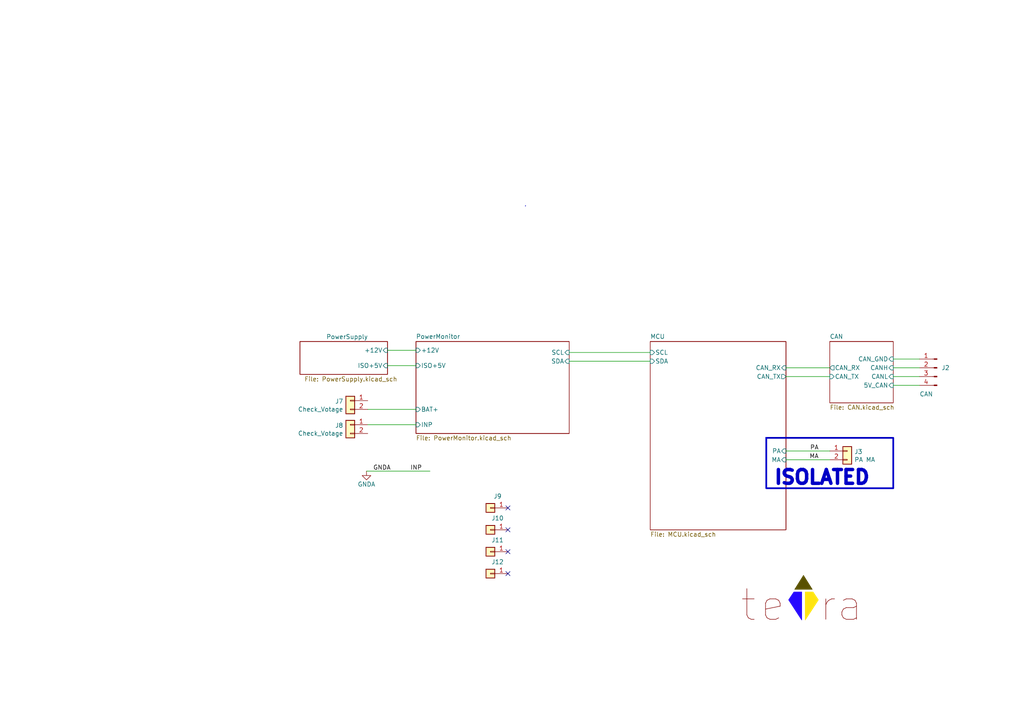
<source format=kicad_sch>
(kicad_sch
	(version 20231120)
	(generator "eeschema")
	(generator_version "8.0")
	(uuid "6a86ff6f-b159-4c4c-8a40-e732cc82e010")
	(paper "A4")
	(title_block
		(title "BMS-Master")
		(date "2023-10-19")
		(rev "V0.1")
		(company "teTra")
	)
	(lib_symbols
		(symbol "Connector:Conn_01x04_Pin"
			(pin_names
				(offset 1.016) hide)
			(exclude_from_sim no)
			(in_bom yes)
			(on_board yes)
			(property "Reference" "J"
				(at 0 5.08 0)
				(effects
					(font
						(size 1.27 1.27)
					)
				)
			)
			(property "Value" "Conn_01x04_Pin"
				(at 0 -7.62 0)
				(effects
					(font
						(size 1.27 1.27)
					)
				)
			)
			(property "Footprint" ""
				(at 0 0 0)
				(effects
					(font
						(size 1.27 1.27)
					)
					(hide yes)
				)
			)
			(property "Datasheet" "~"
				(at 0 0 0)
				(effects
					(font
						(size 1.27 1.27)
					)
					(hide yes)
				)
			)
			(property "Description" "Generic connector, single row, 01x04, script generated"
				(at 0 0 0)
				(effects
					(font
						(size 1.27 1.27)
					)
					(hide yes)
				)
			)
			(property "ki_locked" ""
				(at 0 0 0)
				(effects
					(font
						(size 1.27 1.27)
					)
				)
			)
			(property "ki_keywords" "connector"
				(at 0 0 0)
				(effects
					(font
						(size 1.27 1.27)
					)
					(hide yes)
				)
			)
			(property "ki_fp_filters" "Connector*:*_1x??_*"
				(at 0 0 0)
				(effects
					(font
						(size 1.27 1.27)
					)
					(hide yes)
				)
			)
			(symbol "Conn_01x04_Pin_1_1"
				(polyline
					(pts
						(xy 1.27 -5.08) (xy 0.8636 -5.08)
					)
					(stroke
						(width 0.1524)
						(type default)
					)
					(fill
						(type none)
					)
				)
				(polyline
					(pts
						(xy 1.27 -2.54) (xy 0.8636 -2.54)
					)
					(stroke
						(width 0.1524)
						(type default)
					)
					(fill
						(type none)
					)
				)
				(polyline
					(pts
						(xy 1.27 0) (xy 0.8636 0)
					)
					(stroke
						(width 0.1524)
						(type default)
					)
					(fill
						(type none)
					)
				)
				(polyline
					(pts
						(xy 1.27 2.54) (xy 0.8636 2.54)
					)
					(stroke
						(width 0.1524)
						(type default)
					)
					(fill
						(type none)
					)
				)
				(rectangle
					(start 0.8636 -4.953)
					(end 0 -5.207)
					(stroke
						(width 0.1524)
						(type default)
					)
					(fill
						(type outline)
					)
				)
				(rectangle
					(start 0.8636 -2.413)
					(end 0 -2.667)
					(stroke
						(width 0.1524)
						(type default)
					)
					(fill
						(type outline)
					)
				)
				(rectangle
					(start 0.8636 0.127)
					(end 0 -0.127)
					(stroke
						(width 0.1524)
						(type default)
					)
					(fill
						(type outline)
					)
				)
				(rectangle
					(start 0.8636 2.667)
					(end 0 2.413)
					(stroke
						(width 0.1524)
						(type default)
					)
					(fill
						(type outline)
					)
				)
				(pin passive line
					(at 5.08 2.54 180)
					(length 3.81)
					(name "Pin_1"
						(effects
							(font
								(size 1.27 1.27)
							)
						)
					)
					(number "1"
						(effects
							(font
								(size 1.27 1.27)
							)
						)
					)
				)
				(pin passive line
					(at 5.08 0 180)
					(length 3.81)
					(name "Pin_2"
						(effects
							(font
								(size 1.27 1.27)
							)
						)
					)
					(number "2"
						(effects
							(font
								(size 1.27 1.27)
							)
						)
					)
				)
				(pin passive line
					(at 5.08 -2.54 180)
					(length 3.81)
					(name "Pin_3"
						(effects
							(font
								(size 1.27 1.27)
							)
						)
					)
					(number "3"
						(effects
							(font
								(size 1.27 1.27)
							)
						)
					)
				)
				(pin passive line
					(at 5.08 -5.08 180)
					(length 3.81)
					(name "Pin_4"
						(effects
							(font
								(size 1.27 1.27)
							)
						)
					)
					(number "4"
						(effects
							(font
								(size 1.27 1.27)
							)
						)
					)
				)
			)
		)
		(symbol "Connector_Generic:Conn_01x01"
			(pin_names
				(offset 1.016) hide)
			(exclude_from_sim no)
			(in_bom yes)
			(on_board yes)
			(property "Reference" "J"
				(at 0 2.54 0)
				(effects
					(font
						(size 1.27 1.27)
					)
				)
			)
			(property "Value" "Conn_01x01"
				(at 0 -2.54 0)
				(effects
					(font
						(size 1.27 1.27)
					)
				)
			)
			(property "Footprint" ""
				(at 0 0 0)
				(effects
					(font
						(size 1.27 1.27)
					)
					(hide yes)
				)
			)
			(property "Datasheet" "~"
				(at 0 0 0)
				(effects
					(font
						(size 1.27 1.27)
					)
					(hide yes)
				)
			)
			(property "Description" "Generic connector, single row, 01x01, script generated (kicad-library-utils/schlib/autogen/connector/)"
				(at 0 0 0)
				(effects
					(font
						(size 1.27 1.27)
					)
					(hide yes)
				)
			)
			(property "ki_keywords" "connector"
				(at 0 0 0)
				(effects
					(font
						(size 1.27 1.27)
					)
					(hide yes)
				)
			)
			(property "ki_fp_filters" "Connector*:*_1x??_*"
				(at 0 0 0)
				(effects
					(font
						(size 1.27 1.27)
					)
					(hide yes)
				)
			)
			(symbol "Conn_01x01_1_1"
				(rectangle
					(start -1.27 0.127)
					(end 0 -0.127)
					(stroke
						(width 0.1524)
						(type default)
					)
					(fill
						(type none)
					)
				)
				(rectangle
					(start -1.27 1.27)
					(end 1.27 -1.27)
					(stroke
						(width 0.254)
						(type default)
					)
					(fill
						(type background)
					)
				)
				(pin passive line
					(at -5.08 0 0)
					(length 3.81)
					(name "Pin_1"
						(effects
							(font
								(size 1.27 1.27)
							)
						)
					)
					(number "1"
						(effects
							(font
								(size 1.27 1.27)
							)
						)
					)
				)
			)
		)
		(symbol "Connector_Generic:Conn_01x02"
			(pin_names
				(offset 1.016) hide)
			(exclude_from_sim no)
			(in_bom yes)
			(on_board yes)
			(property "Reference" "J"
				(at 0 2.54 0)
				(effects
					(font
						(size 1.27 1.27)
					)
				)
			)
			(property "Value" "Conn_01x02"
				(at 0 -5.08 0)
				(effects
					(font
						(size 1.27 1.27)
					)
				)
			)
			(property "Footprint" ""
				(at 0 0 0)
				(effects
					(font
						(size 1.27 1.27)
					)
					(hide yes)
				)
			)
			(property "Datasheet" "~"
				(at 0 0 0)
				(effects
					(font
						(size 1.27 1.27)
					)
					(hide yes)
				)
			)
			(property "Description" "Generic connector, single row, 01x02, script generated (kicad-library-utils/schlib/autogen/connector/)"
				(at 0 0 0)
				(effects
					(font
						(size 1.27 1.27)
					)
					(hide yes)
				)
			)
			(property "ki_keywords" "connector"
				(at 0 0 0)
				(effects
					(font
						(size 1.27 1.27)
					)
					(hide yes)
				)
			)
			(property "ki_fp_filters" "Connector*:*_1x??_*"
				(at 0 0 0)
				(effects
					(font
						(size 1.27 1.27)
					)
					(hide yes)
				)
			)
			(symbol "Conn_01x02_1_1"
				(rectangle
					(start -1.27 -2.413)
					(end 0 -2.667)
					(stroke
						(width 0.1524)
						(type default)
					)
					(fill
						(type none)
					)
				)
				(rectangle
					(start -1.27 0.127)
					(end 0 -0.127)
					(stroke
						(width 0.1524)
						(type default)
					)
					(fill
						(type none)
					)
				)
				(rectangle
					(start -1.27 1.27)
					(end 1.27 -3.81)
					(stroke
						(width 0.254)
						(type default)
					)
					(fill
						(type background)
					)
				)
				(pin passive line
					(at -5.08 0 0)
					(length 3.81)
					(name "Pin_1"
						(effects
							(font
								(size 1.27 1.27)
							)
						)
					)
					(number "1"
						(effects
							(font
								(size 1.27 1.27)
							)
						)
					)
				)
				(pin passive line
					(at -5.08 -2.54 0)
					(length 3.81)
					(name "Pin_2"
						(effects
							(font
								(size 1.27 1.27)
							)
						)
					)
					(number "2"
						(effects
							(font
								(size 1.27 1.27)
							)
						)
					)
				)
			)
		)
		(symbol "Fiber_Optic:logo"
			(pin_numbers hide)
			(pin_names
				(offset 0) hide)
			(exclude_from_sim no)
			(in_bom yes)
			(on_board yes)
			(property "Reference" "LOGO"
				(at 7.747 8.763 0)
				(effects
					(font
						(size 1.27 1.27)
					)
					(hide yes)
				)
			)
			(property "Value" "teTra"
				(at 0.254 7.874 0)
				(effects
					(font
						(size 1.27 1.27)
					)
					(hide yes)
				)
			)
			(property "Footprint" "Symbol:teTra-LOGO"
				(at 0 3.302 0)
				(effects
					(font
						(size 1.27 1.27)
					)
					(hide yes)
				)
			)
			(property "Datasheet" ""
				(at 0 3.302 0)
				(effects
					(font
						(size 1.27 1.27)
					)
					(hide yes)
				)
			)
			(property "Description" ""
				(at 0 0 0)
				(effects
					(font
						(size 1.27 1.27)
					)
					(hide yes)
				)
			)
			(symbol "logo_1_1"
				(polyline
					(pts
						(xy 0 7.112) (xy -2.54 3.048) (xy 2.54 3.048) (xy 0 7.112)
					)
					(stroke
						(width 0)
						(type default)
						(color 88 80 0 1)
					)
					(fill
						(type color)
						(color 88 80 0 1)
					)
				)
				(polyline
					(pts
						(xy -0.508 2.286) (xy -2.794 2.286) (xy -4.318 0) (xy -0.508 -5.842) (xy -0.508 2.286)
					)
					(stroke
						(width 0)
						(type default)
						(color 38 9 255 1)
					)
					(fill
						(type color)
						(color 38 9 255 1)
					)
				)
				(polyline
					(pts
						(xy 0.508 2.286) (xy 2.794 2.286) (xy 4.318 0) (xy 0.508 -5.842) (xy 0.508 2.286)
					)
					(stroke
						(width 0)
						(type default)
						(color 255 228 16 1)
					)
					(fill
						(type color)
						(color 255 228 16 1)
					)
				)
				(text "a"
					(at 13.462 -1.524 0)
					(effects
						(font
							(face "KiCad Font")
							(size 8.89 8.89)
						)
					)
				)
				(text "e"
					(at -8.89 -1.524 0)
					(effects
						(font
							(face "KiCad Font")
							(size 8.89 8.89)
						)
					)
				)
				(text "r"
					(at 7.112 -1.524 0)
					(effects
						(font
							(size 8.89 8.89)
						)
					)
				)
				(text "t"
					(at -16.002 -1.524 0)
					(effects
						(font
							(size 8.89 8.89)
						)
					)
				)
			)
		)
		(symbol "power:GNDA"
			(power)
			(pin_names
				(offset 0)
			)
			(exclude_from_sim no)
			(in_bom yes)
			(on_board yes)
			(property "Reference" "#PWR"
				(at 0 -6.35 0)
				(effects
					(font
						(size 1.27 1.27)
					)
					(hide yes)
				)
			)
			(property "Value" "GNDA"
				(at 0 -3.81 0)
				(effects
					(font
						(size 1.27 1.27)
					)
				)
			)
			(property "Footprint" ""
				(at 0 0 0)
				(effects
					(font
						(size 1.27 1.27)
					)
					(hide yes)
				)
			)
			(property "Datasheet" ""
				(at 0 0 0)
				(effects
					(font
						(size 1.27 1.27)
					)
					(hide yes)
				)
			)
			(property "Description" "Power symbol creates a global label with name \"GNDA\" , analog ground"
				(at 0 0 0)
				(effects
					(font
						(size 1.27 1.27)
					)
					(hide yes)
				)
			)
			(property "ki_keywords" "global power"
				(at 0 0 0)
				(effects
					(font
						(size 1.27 1.27)
					)
					(hide yes)
				)
			)
			(symbol "GNDA_0_1"
				(polyline
					(pts
						(xy 0 0) (xy 0 -1.27) (xy 1.27 -1.27) (xy 0 -2.54) (xy -1.27 -1.27) (xy 0 -1.27)
					)
					(stroke
						(width 0)
						(type default)
					)
					(fill
						(type none)
					)
				)
			)
			(symbol "GNDA_1_1"
				(pin power_in line
					(at 0 0 270)
					(length 0) hide
					(name "GNDA"
						(effects
							(font
								(size 1.27 1.27)
							)
						)
					)
					(number "1"
						(effects
							(font
								(size 1.27 1.27)
							)
						)
					)
				)
			)
		)
	)
	(no_connect
		(at 147.32 153.67)
		(uuid "063586cc-a580-48fd-89cd-ea9799bd846b")
	)
	(no_connect
		(at 147.32 160.02)
		(uuid "1032ec73-d384-495a-9208-3a628c10ef07")
	)
	(no_connect
		(at 147.32 147.32)
		(uuid "22f3973b-66c5-4045-8727-c2cdf1ca18f9")
	)
	(no_connect
		(at 147.32 166.37)
		(uuid "f48ff6f6-9760-4e31-a4e0-4b910cd0768e")
	)
	(wire
		(pts
			(xy 165.1 102.235) (xy 188.595 102.235)
		)
		(stroke
			(width 0)
			(type default)
		)
		(uuid "011ac7e5-f05f-46c1-a182-215072e4ebc1")
	)
	(wire
		(pts
			(xy 227.965 133.35) (xy 240.665 133.35)
		)
		(stroke
			(width 0)
			(type default)
		)
		(uuid "0324c561-c596-4eb6-b5d1-1df9d1e20bd8")
	)
	(wire
		(pts
			(xy 259.08 109.22) (xy 266.7 109.22)
		)
		(stroke
			(width 0)
			(type default)
		)
		(uuid "0a2cd950-0dd0-46d3-924b-a97912f234b9")
	)
	(wire
		(pts
			(xy 240.665 130.81) (xy 227.965 130.81)
		)
		(stroke
			(width 0)
			(type default)
		)
		(uuid "0db620bd-9d77-48e8-91fb-2aa04e84ce76")
	)
	(wire
		(pts
			(xy 106.68 118.745) (xy 120.65 118.745)
		)
		(stroke
			(width 0)
			(type default)
		)
		(uuid "123d02ca-8a43-4698-863e-43a50363d59a")
	)
	(wire
		(pts
			(xy 165.1 104.775) (xy 188.595 104.775)
		)
		(stroke
			(width 0)
			(type default)
		)
		(uuid "25f61138-6c5d-47b3-8f5a-a7e3638e4741")
	)
	(wire
		(pts
			(xy 112.395 101.6) (xy 120.65 101.6)
		)
		(stroke
			(width 0)
			(type default)
		)
		(uuid "6032e3b7-2ecc-4072-ab21-d2db156c12ce")
	)
	(wire
		(pts
			(xy 259.08 104.14) (xy 266.7 104.14)
		)
		(stroke
			(width 0)
			(type default)
		)
		(uuid "6332d191-0a04-47db-b6cb-e5bc84a26dcd")
	)
	(wire
		(pts
			(xy 259.08 111.76) (xy 266.7 111.76)
		)
		(stroke
			(width 0)
			(type default)
		)
		(uuid "6e101162-640a-4fd9-9a55-eb463184a052")
	)
	(wire
		(pts
			(xy 227.965 109.22) (xy 240.665 109.22)
		)
		(stroke
			(width 0)
			(type default)
		)
		(uuid "8006bcf1-5206-4a50-a3d8-d602b9dea8a4")
	)
	(wire
		(pts
			(xy 112.395 106.045) (xy 120.65 106.045)
		)
		(stroke
			(width 0)
			(type default)
		)
		(uuid "8ebdea99-1286-463f-9104-ec20d20a33a3")
	)
	(wire
		(pts
			(xy 259.08 106.68) (xy 266.7 106.68)
		)
		(stroke
			(width 0)
			(type default)
		)
		(uuid "966ea636-f542-4664-ac4d-e81e1f7d168f")
	)
	(wire
		(pts
			(xy 227.965 106.68) (xy 240.665 106.68)
		)
		(stroke
			(width 0)
			(type default)
		)
		(uuid "a3ed13f7-af50-4f99-aec0-8e5932323761")
	)
	(wire
		(pts
			(xy 106.299 136.652) (xy 124.714 136.652)
		)
		(stroke
			(width 0)
			(type default)
		)
		(uuid "cf063f23-7578-43aa-8e49-efa6110df2ef")
	)
	(wire
		(pts
			(xy 106.68 123.19) (xy 120.65 123.19)
		)
		(stroke
			(width 0)
			(type default)
		)
		(uuid "e04eba53-0b1f-4bfe-87cc-f3d7315fa9fd")
	)
	(rectangle
		(start 152.4 59.69)
		(end 152.4 59.69)
		(stroke
			(width 0)
			(type default)
		)
		(fill
			(type none)
		)
		(uuid 16ed3026-92db-43e4-94ce-cb9942d539a9)
	)
	(rectangle
		(start 152.4 59.69)
		(end 152.4 59.69)
		(stroke
			(width 0)
			(type default)
		)
		(fill
			(type none)
		)
		(uuid 223aa8e8-e165-46dc-8004-d0f7a65ecba6)
	)
	(rectangle
		(start 152.4 59.69)
		(end 152.4 59.69)
		(stroke
			(width 0)
			(type default)
		)
		(fill
			(type none)
		)
		(uuid 2fcede93-9de7-495d-a723-2d73c73c7b6f)
	)
	(rectangle
		(start 152.4 59.69)
		(end 152.4 59.69)
		(stroke
			(width 0)
			(type default)
		)
		(fill
			(type none)
		)
		(uuid 5fbfa526-c30f-47f6-8144-7f30cec9d859)
	)
	(rectangle
		(start 152.4 59.69)
		(end 152.4 59.69)
		(stroke
			(width 0)
			(type default)
		)
		(fill
			(type none)
		)
		(uuid 6417f53f-a88b-4d4d-99b7-072470c6c0a0)
	)
	(rectangle
		(start 152.4 59.69)
		(end 152.4 59.69)
		(stroke
			(width 0)
			(type default)
		)
		(fill
			(type none)
		)
		(uuid 761ccd63-a067-48de-bb96-f182215cb15d)
	)
	(rectangle
		(start 152.4 59.69)
		(end 152.4 59.69)
		(stroke
			(width 0)
			(type default)
		)
		(fill
			(type none)
		)
		(uuid 7833effb-1ef3-4514-9423-6ce15b0e7601)
	)
	(rectangle
		(start 152.4 59.69)
		(end 152.4 59.69)
		(stroke
			(width 0)
			(type default)
		)
		(fill
			(type none)
		)
		(uuid 84c90483-45a3-4739-b73e-9c011eb5a6b3)
	)
	(rectangle
		(start 152.4 59.69)
		(end 152.4 59.69)
		(stroke
			(width 0)
			(type default)
		)
		(fill
			(type none)
		)
		(uuid a44f9e23-e56b-46ab-98e0-a509f1df9112)
	)
	(rectangle
		(start 152.4 59.69)
		(end 152.4 59.69)
		(stroke
			(width 0)
			(type default)
		)
		(fill
			(type none)
		)
		(uuid a6c3c0d5-36dd-4850-b1a5-9e9d33dbee96)
	)
	(rectangle
		(start 152.4 59.69)
		(end 152.4 59.69)
		(stroke
			(width 0)
			(type default)
		)
		(fill
			(type none)
		)
		(uuid cc05d2e2-b228-431e-bdc0-e0860c04d0cb)
	)
	(rectangle
		(start 152.4 59.69)
		(end 152.4 59.69)
		(stroke
			(width 0)
			(type default)
		)
		(fill
			(type none)
		)
		(uuid d8735071-f685-4511-9a51-ec1dbf78025d)
	)
	(rectangle
		(start 152.4 59.69)
		(end 152.4 59.69)
		(stroke
			(width 0)
			(type default)
		)
		(fill
			(type none)
		)
		(uuid ea6bb95e-e93f-4e24-b732-f58cac2dd5b5)
	)
	(rectangle
		(start 152.4 59.69)
		(end 152.4 59.69)
		(stroke
			(width 0)
			(type default)
		)
		(fill
			(type none)
		)
		(uuid ec13c14f-f372-47c6-8a1b-793204123c6b)
	)
	(rectangle
		(start 222.25 127)
		(end 259.08 141.605)
		(stroke
			(width 0.5)
			(type default)
		)
		(fill
			(type none)
		)
		(uuid ecd79333-2b26-4913-bd9c-63cb6b9965e8)
	)
	(rectangle
		(start 152.4 59.69)
		(end 152.4 59.69)
		(stroke
			(width 0)
			(type default)
		)
		(fill
			(type none)
		)
		(uuid ef661221-3ee0-456b-8605-67b88b2feaa8)
	)
	(rectangle
		(start 152.4 59.69)
		(end 152.4 59.69)
		(stroke
			(width 0)
			(type default)
		)
		(fill
			(type none)
		)
		(uuid fd9b1398-e4ca-40d7-b486-76ff1cab045d)
	)
	(text "ISOLATED"
		(exclude_from_sim no)
		(at 224.155 140.97 0)
		(effects
			(font
				(size 4 4)
				(thickness 1.016)
				(bold yes)
			)
			(justify left bottom)
		)
		(uuid "2f72da79-bdf8-4579-9ed1-a83544662245")
	)
	(label "PA"
		(at 237.49 130.81 180)
		(fields_autoplaced yes)
		(effects
			(font
				(size 1.27 1.27)
			)
			(justify right bottom)
		)
		(uuid "6db54366-f85d-41d5-8f6f-fde0e52d91b9")
	)
	(label "INP"
		(at 118.999 136.652 0)
		(fields_autoplaced yes)
		(effects
			(font
				(size 1.27 1.27)
			)
			(justify left bottom)
		)
		(uuid "ad7a2ab3-6837-4610-9ed4-459c72076acf")
	)
	(label "GNDA"
		(at 108.204 136.652 0)
		(fields_autoplaced yes)
		(effects
			(font
				(size 1.27 1.27)
			)
			(justify left bottom)
		)
		(uuid "e53f4b58-b1d1-4a89-a712-12798db393c5")
	)
	(label "MA"
		(at 237.49 133.35 180)
		(fields_autoplaced yes)
		(effects
			(font
				(size 1.27 1.27)
			)
			(justify right bottom)
		)
		(uuid "edf68c01-1995-433f-84e2-a8f5e0db81ec")
	)
	(symbol
		(lib_id "Connector_Generic:Conn_01x01")
		(at 142.24 147.32 180)
		(unit 1)
		(exclude_from_sim no)
		(in_bom yes)
		(on_board yes)
		(dnp no)
		(uuid "14c9baf5-26bb-450a-95bd-8c9a4b49d6a4")
		(property "Reference" "J9"
			(at 144.3228 143.9418 0)
			(effects
				(font
					(size 1.27 1.27)
				)
			)
		)
		(property "Value" "Hole /NC"
			(at 144.3228 143.9164 0)
			(effects
				(font
					(size 1.27 1.27)
				)
				(hide yes)
			)
		)
		(property "Footprint" "MountingHole:MountingHole_3.2mm_M3_ISO7380_Pad"
			(at 142.24 147.32 0)
			(effects
				(font
					(size 1.27 1.27)
				)
				(hide yes)
			)
		)
		(property "Datasheet" "~"
			(at 142.24 147.32 0)
			(effects
				(font
					(size 1.27 1.27)
				)
				(hide yes)
			)
		)
		(property "Description" ""
			(at 142.24 147.32 0)
			(effects
				(font
					(size 1.27 1.27)
				)
				(hide yes)
			)
		)
		(property "MPN" "N/A"
			(at 142.24 147.32 0)
			(effects
				(font
					(size 1.27 1.27)
				)
				(hide yes)
			)
		)
		(pin "1"
			(uuid "ead4ebea-108e-4516-8b66-8e8b7f754ea0")
		)
		(instances
			(project "ESP32_Master"
				(path "/6a86ff6f-b159-4c4c-8a40-e732cc82e010"
					(reference "J9")
					(unit 1)
				)
			)
			(project "LTC6811"
				(path "/c4061cfa-a05d-44c7-ba89-bb211c8b143a"
					(reference "J8")
					(unit 1)
				)
			)
		)
	)
	(symbol
		(lib_id "Connector_Generic:Conn_01x02")
		(at 245.745 130.81 0)
		(unit 1)
		(exclude_from_sim no)
		(in_bom yes)
		(on_board yes)
		(dnp no)
		(uuid "3fdcb28f-dbfe-4348-b44a-d6301baa7909")
		(property "Reference" "J3"
			(at 247.777 131.0132 0)
			(effects
				(font
					(size 1.27 1.27)
				)
				(justify left)
			)
		)
		(property "Value" "PA MA"
			(at 247.777 133.3246 0)
			(effects
				(font
					(size 1.27 1.27)
				)
				(justify left)
			)
		)
		(property "Footprint" "Connector_JST:JST_VH_B2P-VH-B_1x02_P3.96mm_Vertical"
			(at 245.745 130.81 0)
			(effects
				(font
					(size 1.27 1.27)
				)
				(hide yes)
			)
		)
		(property "Datasheet" "https://www.jst-mfg.com/product/pdf/eng/eVH.pdf"
			(at 245.745 130.81 0)
			(effects
				(font
					(size 1.27 1.27)
				)
				(hide yes)
			)
		)
		(property "Description" "Connector Header Through Hole 2 position 0.156\" (3.96mm)"
			(at 245.745 130.81 0)
			(effects
				(font
					(size 1.27 1.27)
				)
				(hide yes)
			)
		)
		(property "MPN" "B2P-VH"
			(at 245.745 130.81 0)
			(effects
				(font
					(size 1.27 1.27)
				)
				(hide yes)
			)
		)
		(property "Link" "https://www.digikey.jp/en/products/detail/jst-sales-america-inc/B2P-VH/926547"
			(at 245.745 130.81 0)
			(effects
				(font
					(size 1.27 1.27)
				)
				(hide yes)
			)
		)
		(pin "1"
			(uuid "0142d88b-7580-4e63-a888-2b60a110ddcb")
		)
		(pin "2"
			(uuid "0b2cdb06-a24e-4e2c-bc8f-ecc23ac6e6b5")
		)
		(instances
			(project "ESP32_Master"
				(path "/6a86ff6f-b159-4c4c-8a40-e732cc82e010"
					(reference "J3")
					(unit 1)
				)
			)
		)
	)
	(symbol
		(lib_id "Connector:Conn_01x04_Pin")
		(at 271.78 106.68 0)
		(mirror y)
		(unit 1)
		(exclude_from_sim no)
		(in_bom yes)
		(on_board yes)
		(dnp no)
		(uuid "425fbd37-fcee-4023-9372-de1b2512fd52")
		(property "Reference" "J2"
			(at 273.05 106.68 0)
			(effects
				(font
					(size 1.27 1.27)
				)
				(justify right)
			)
		)
		(property "Value" "CAN"
			(at 266.7 114.3 0)
			(effects
				(font
					(size 1.27 1.27)
				)
				(justify right)
			)
		)
		(property "Footprint" "Connector_PinHeader_2.54mm:PinHeader_1x04_P2.54mm_Vertical"
			(at 271.78 106.68 0)
			(effects
				(font
					(size 1.27 1.27)
				)
				(hide yes)
			)
		)
		(property "Datasheet" "~"
			(at 271.78 106.68 0)
			(effects
				(font
					(size 1.27 1.27)
				)
				(hide yes)
			)
		)
		(property "Description" ""
			(at 271.78 106.68 0)
			(effects
				(font
					(size 1.27 1.27)
				)
				(hide yes)
			)
		)
		(pin "1"
			(uuid "18692e2b-51db-424d-a511-1154f8bada41")
		)
		(pin "4"
			(uuid "38a4698e-4c97-42f8-ad57-35b10bb5c7e1")
		)
		(pin "2"
			(uuid "3fafdbb8-425d-440d-8c7e-0fdfe4249916")
		)
		(pin "3"
			(uuid "c00a7155-3568-4a2c-8345-19f1bd25d7ab")
		)
		(instances
			(project "ESP32_Master"
				(path "/6a86ff6f-b159-4c4c-8a40-e732cc82e010"
					(reference "J2")
					(unit 1)
				)
			)
		)
	)
	(symbol
		(lib_id "power:GNDA")
		(at 106.299 136.652 0)
		(unit 1)
		(exclude_from_sim no)
		(in_bom yes)
		(on_board yes)
		(dnp no)
		(uuid "6762ac0a-34ab-4494-bacf-e9d9ba00e096")
		(property "Reference" "#PWR09"
			(at 106.299 143.002 0)
			(effects
				(font
					(size 1.27 1.27)
				)
				(hide yes)
			)
		)
		(property "Value" "GNDA"
			(at 106.299 140.462 0)
			(effects
				(font
					(size 1.27 1.27)
				)
			)
		)
		(property "Footprint" ""
			(at 106.299 136.652 0)
			(effects
				(font
					(size 1.27 1.27)
				)
				(hide yes)
			)
		)
		(property "Datasheet" ""
			(at 106.299 136.652 0)
			(effects
				(font
					(size 1.27 1.27)
				)
				(hide yes)
			)
		)
		(property "Description" ""
			(at 106.299 136.652 0)
			(effects
				(font
					(size 1.27 1.27)
				)
				(hide yes)
			)
		)
		(pin "1"
			(uuid "586672a1-6551-4976-81c3-4d5309e6cbfd")
		)
		(instances
			(project "ESP32_Master"
				(path "/6a86ff6f-b159-4c4c-8a40-e732cc82e010"
					(reference "#PWR09")
					(unit 1)
				)
			)
		)
	)
	(symbol
		(lib_id "Connector_Generic:Conn_01x01")
		(at 142.24 153.67 180)
		(unit 1)
		(exclude_from_sim no)
		(in_bom yes)
		(on_board yes)
		(dnp no)
		(uuid "8a2e89e0-4d88-47d1-9c9d-dd4806326183")
		(property "Reference" "J10"
			(at 144.3228 150.2918 0)
			(effects
				(font
					(size 1.27 1.27)
				)
			)
		)
		(property "Value" "Hole /NC"
			(at 144.3228 150.2664 0)
			(effects
				(font
					(size 1.27 1.27)
				)
				(hide yes)
			)
		)
		(property "Footprint" "MountingHole:MountingHole_3.2mm_M3_ISO7380_Pad"
			(at 142.24 153.67 0)
			(effects
				(font
					(size 1.27 1.27)
				)
				(hide yes)
			)
		)
		(property "Datasheet" "~"
			(at 142.24 153.67 0)
			(effects
				(font
					(size 1.27 1.27)
				)
				(hide yes)
			)
		)
		(property "Description" ""
			(at 142.24 153.67 0)
			(effects
				(font
					(size 1.27 1.27)
				)
				(hide yes)
			)
		)
		(property "MPN" "N/A"
			(at 142.24 153.67 0)
			(effects
				(font
					(size 1.27 1.27)
				)
				(hide yes)
			)
		)
		(pin "1"
			(uuid "1d4c8cfb-70c1-4098-8eeb-3ed5d39d6e8b")
		)
		(instances
			(project "ESP32_Master"
				(path "/6a86ff6f-b159-4c4c-8a40-e732cc82e010"
					(reference "J10")
					(unit 1)
				)
			)
			(project "LTC6811"
				(path "/c4061cfa-a05d-44c7-ba89-bb211c8b143a"
					(reference "J5")
					(unit 1)
				)
			)
		)
	)
	(symbol
		(lib_id "Connector_Generic:Conn_01x01")
		(at 142.24 160.02 180)
		(unit 1)
		(exclude_from_sim no)
		(in_bom yes)
		(on_board yes)
		(dnp no)
		(uuid "8bb2778d-bd02-4535-aa6e-74bedd04d6ad")
		(property "Reference" "J11"
			(at 144.3228 156.6418 0)
			(effects
				(font
					(size 1.27 1.27)
				)
			)
		)
		(property "Value" "Hole /NC"
			(at 144.3228 156.6164 0)
			(effects
				(font
					(size 1.27 1.27)
				)
				(hide yes)
			)
		)
		(property "Footprint" "MountingHole:MountingHole_3.2mm_M3_ISO7380_Pad"
			(at 142.24 160.02 0)
			(effects
				(font
					(size 1.27 1.27)
				)
				(hide yes)
			)
		)
		(property "Datasheet" "~"
			(at 142.24 160.02 0)
			(effects
				(font
					(size 1.27 1.27)
				)
				(hide yes)
			)
		)
		(property "Description" ""
			(at 142.24 160.02 0)
			(effects
				(font
					(size 1.27 1.27)
				)
				(hide yes)
			)
		)
		(property "MPN" "N/A"
			(at 142.24 160.02 0)
			(effects
				(font
					(size 1.27 1.27)
				)
				(hide yes)
			)
		)
		(pin "1"
			(uuid "101ee9da-b5f8-4c0b-b96c-ee1ee27031c9")
		)
		(instances
			(project "ESP32_Master"
				(path "/6a86ff6f-b159-4c4c-8a40-e732cc82e010"
					(reference "J11")
					(unit 1)
				)
			)
			(project "LTC6811"
				(path "/c4061cfa-a05d-44c7-ba89-bb211c8b143a"
					(reference "J6")
					(unit 1)
				)
			)
		)
	)
	(symbol
		(lib_id "Connector_Generic:Conn_01x01")
		(at 142.24 166.37 180)
		(unit 1)
		(exclude_from_sim no)
		(in_bom yes)
		(on_board yes)
		(dnp no)
		(uuid "92debd96-33ac-4027-b04a-6747f6db4290")
		(property "Reference" "J12"
			(at 144.3228 162.9918 0)
			(effects
				(font
					(size 1.27 1.27)
				)
			)
		)
		(property "Value" "Hole /NC"
			(at 144.3228 162.9664 0)
			(effects
				(font
					(size 1.27 1.27)
				)
				(hide yes)
			)
		)
		(property "Footprint" "MountingHole:MountingHole_3.2mm_M3_ISO7380_Pad"
			(at 142.24 166.37 0)
			(effects
				(font
					(size 1.27 1.27)
				)
				(hide yes)
			)
		)
		(property "Datasheet" "~"
			(at 142.24 166.37 0)
			(effects
				(font
					(size 1.27 1.27)
				)
				(hide yes)
			)
		)
		(property "Description" ""
			(at 142.24 166.37 0)
			(effects
				(font
					(size 1.27 1.27)
				)
				(hide yes)
			)
		)
		(property "MPN" "N/A"
			(at 142.24 166.37 0)
			(effects
				(font
					(size 1.27 1.27)
				)
				(hide yes)
			)
		)
		(pin "1"
			(uuid "f8294e80-7530-4474-a588-b397de900e85")
		)
		(instances
			(project "ESP32_Master"
				(path "/6a86ff6f-b159-4c4c-8a40-e732cc82e010"
					(reference "J12")
					(unit 1)
				)
			)
			(project "LTC6811"
				(path "/c4061cfa-a05d-44c7-ba89-bb211c8b143a"
					(reference "J8")
					(unit 1)
				)
			)
		)
	)
	(symbol
		(lib_id "Connector_Generic:Conn_01x02")
		(at 101.6 123.19 0)
		(mirror y)
		(unit 1)
		(exclude_from_sim no)
		(in_bom yes)
		(on_board yes)
		(dnp no)
		(uuid "961d9c19-5277-433c-9806-e469b9a4934a")
		(property "Reference" "J8"
			(at 99.568 123.3932 0)
			(effects
				(font
					(size 1.27 1.27)
				)
				(justify left)
			)
		)
		(property "Value" "Check_Votage"
			(at 99.568 125.7046 0)
			(effects
				(font
					(size 1.27 1.27)
				)
				(justify left)
			)
		)
		(property "Footprint" "Connector_JST:JST_VH_B2P-VH-B_1x02_P3.96mm_Vertical"
			(at 101.6 123.19 0)
			(effects
				(font
					(size 1.27 1.27)
				)
				(hide yes)
			)
		)
		(property "Datasheet" "https://www.jst-mfg.com/product/pdf/eng/eVH.pdf"
			(at 101.6 123.19 0)
			(effects
				(font
					(size 1.27 1.27)
				)
				(hide yes)
			)
		)
		(property "Description" "Connector Header Through Hole 2 position 0.156\" (3.96mm)"
			(at 101.6 123.19 0)
			(effects
				(font
					(size 1.27 1.27)
				)
				(hide yes)
			)
		)
		(property "MPN" "B2P-VH"
			(at 101.6 123.19 0)
			(effects
				(font
					(size 1.27 1.27)
				)
				(hide yes)
			)
		)
		(property "Link" "https://www.digikey.jp/en/products/detail/jst-sales-america-inc/B2P-VH/926547"
			(at 101.6 123.19 0)
			(effects
				(font
					(size 1.27 1.27)
				)
				(hide yes)
			)
		)
		(pin "1"
			(uuid "87c91a00-43dc-412d-9955-250592b11c1e")
		)
		(pin "2"
			(uuid "b594e1ba-023d-49c6-9a40-b88551fbf3cc")
		)
		(instances
			(project "ESP32_Master"
				(path "/6a86ff6f-b159-4c4c-8a40-e732cc82e010"
					(reference "J8")
					(unit 1)
				)
			)
		)
	)
	(symbol
		(lib_id "Connector_Generic:Conn_01x02")
		(at 101.6 116.205 0)
		(mirror y)
		(unit 1)
		(exclude_from_sim no)
		(in_bom yes)
		(on_board yes)
		(dnp no)
		(uuid "c4787f21-f8e1-4d66-99c0-a87e657e2988")
		(property "Reference" "J7"
			(at 99.568 116.4082 0)
			(effects
				(font
					(size 1.27 1.27)
				)
				(justify left)
			)
		)
		(property "Value" "Check_Votage"
			(at 99.568 118.7196 0)
			(effects
				(font
					(size 1.27 1.27)
				)
				(justify left)
			)
		)
		(property "Footprint" "Connector_JST:JST_VH_B2P-VH-B_1x02_P3.96mm_Vertical"
			(at 101.6 116.205 0)
			(effects
				(font
					(size 1.27 1.27)
				)
				(hide yes)
			)
		)
		(property "Datasheet" "https://www.jst-mfg.com/product/pdf/eng/eVH.pdf"
			(at 101.6 116.205 0)
			(effects
				(font
					(size 1.27 1.27)
				)
				(hide yes)
			)
		)
		(property "Description" "Connector Header Through Hole 2 position 0.156\" (3.96mm)"
			(at 101.6 116.205 0)
			(effects
				(font
					(size 1.27 1.27)
				)
				(hide yes)
			)
		)
		(property "MPN" "B2P-VH"
			(at 101.6 116.205 0)
			(effects
				(font
					(size 1.27 1.27)
				)
				(hide yes)
			)
		)
		(property "Link" "https://www.digikey.jp/en/products/detail/jst-sales-america-inc/B2P-VH/926547"
			(at 101.6 116.205 0)
			(effects
				(font
					(size 1.27 1.27)
				)
				(hide yes)
			)
		)
		(pin "1"
			(uuid "c07499ca-e856-4ac5-a84e-aa74120c053f")
		)
		(pin "2"
			(uuid "b9bfdbc8-7b62-4d71-acd3-7088163c9110")
		)
		(instances
			(project "ESP32_Master"
				(path "/6a86ff6f-b159-4c4c-8a40-e732cc82e010"
					(reference "J7")
					(unit 1)
				)
			)
		)
	)
	(symbol
		(lib_id "Fiber_Optic:logo")
		(at 233.045 173.99 0)
		(unit 1)
		(exclude_from_sim no)
		(in_bom yes)
		(on_board yes)
		(dnp no)
		(fields_autoplaced yes)
		(uuid "fa65b393-8ebe-4854-9176-2af361d7981a")
		(property "Reference" "LOGO1"
			(at 240.792 165.227 0)
			(effects
				(font
					(size 1.27 1.27)
				)
				(hide yes)
			)
		)
		(property "Value" "teTra /NC"
			(at 233.299 166.116 0)
			(effects
				(font
					(size 1.27 1.27)
				)
				(hide yes)
			)
		)
		(property "Footprint" "Symbol:teTra-LOGO"
			(at 233.045 170.688 0)
			(effects
				(font
					(size 1.27 1.27)
				)
				(hide yes)
			)
		)
		(property "Datasheet" ""
			(at 233.045 170.688 0)
			(effects
				(font
					(size 1.27 1.27)
				)
				(hide yes)
			)
		)
		(property "Description" ""
			(at 233.045 173.99 0)
			(effects
				(font
					(size 1.27 1.27)
				)
				(hide yes)
			)
		)
		(instances
			(project "ESP32_Master"
				(path "/6a86ff6f-b159-4c4c-8a40-e732cc82e010"
					(reference "LOGO1")
					(unit 1)
				)
			)
		)
	)
	(sheet
		(at 188.595 99.06)
		(size 39.37 54.61)
		(fields_autoplaced yes)
		(stroke
			(width 0)
			(type solid)
		)
		(fill
			(color 0 0 0 0.0000)
		)
		(uuid "00000000-0000-0000-0000-00005ab72d4d")
		(property "Sheetname" "MCU"
			(at 188.595 98.3484 0)
			(effects
				(font
					(size 1.27 1.27)
				)
				(justify left bottom)
			)
		)
		(property "Sheetfile" "MCU.kicad_sch"
			(at 188.595 154.2546 0)
			(effects
				(font
					(size 1.27 1.27)
				)
				(justify left top)
			)
		)
		(pin "SCL" input
			(at 188.595 102.235 180)
			(effects
				(font
					(size 1.27 1.27)
				)
				(justify left)
			)
			(uuid "e561b59c-8547-44af-b88f-353ee07cecf5")
		)
		(pin "SDA" input
			(at 188.595 104.775 180)
			(effects
				(font
					(size 1.27 1.27)
				)
				(justify left)
			)
			(uuid "7c650a76-2028-4a4d-b639-a0a05e72be8c")
		)
		(pin "MA" input
			(at 227.965 133.35 0)
			(effects
				(font
					(size 1.27 1.27)
				)
				(justify right)
			)
			(uuid "a7b5b24d-2366-4f9e-a64e-b62587a092d6")
		)
		(pin "PA" input
			(at 227.965 130.81 0)
			(effects
				(font
					(size 1.27 1.27)
				)
				(justify right)
			)
			(uuid "3d24a4d3-fac6-4e03-beff-88b4e436fb93")
		)
		(pin "CAN_RX" input
			(at 227.965 106.68 0)
			(effects
				(font
					(size 1.27 1.27)
				)
				(justify right)
			)
			(uuid "cb994e08-6495-497f-86a3-2fe01f0b857a")
		)
		(pin "CAN_TX" output
			(at 227.965 109.22 0)
			(effects
				(font
					(size 1.27 1.27)
				)
				(justify right)
			)
			(uuid "79124331-cabd-415c-9f9b-492fb18e73e7")
		)
		(instances
			(project "ESP32_Master_V2"
				(path "/6a86ff6f-b159-4c4c-8a40-e732cc82e010"
					(page "4")
				)
			)
		)
	)
	(sheet
		(at 86.995 99.06)
		(size 25.4 9.525)
		(stroke
			(width 0)
			(type solid)
		)
		(fill
			(color 0 0 0 0.0000)
		)
		(uuid "00000000-0000-0000-0000-00005ac18063")
		(property "Sheetname" "PowerSupply"
			(at 94.615 98.425 0)
			(effects
				(font
					(size 1.27 1.27)
				)
				(justify left bottom)
			)
		)
		(property "Sheetfile" "PowerSupply.kicad_sch"
			(at 88.265 109.22 0)
			(effects
				(font
					(size 1.27 1.27)
				)
				(justify left top)
			)
		)
		(pin "ISO+5V" input
			(at 112.395 106.045 0)
			(effects
				(font
					(size 1.27 1.27)
				)
				(justify right)
			)
			(uuid "a9486408-a005-44e8-a0d4-92e69d1f73ec")
		)
		(pin "+12V" input
			(at 112.395 101.6 0)
			(effects
				(font
					(size 1.27 1.27)
				)
				(justify right)
			)
			(uuid "debf8201-72b1-4765-9e29-9941561a2415")
		)
		(instances
			(project "ESP32_Master_V2"
				(path "/6a86ff6f-b159-4c4c-8a40-e732cc82e010"
					(page "3")
				)
			)
		)
	)
	(sheet
		(at 120.65 99.06)
		(size 44.45 26.67)
		(fields_autoplaced yes)
		(stroke
			(width 0)
			(type solid)
		)
		(fill
			(color 0 0 0 0.0000)
		)
		(uuid "00000000-0000-0000-0000-00005c519ba0")
		(property "Sheetname" "PowerMonitor"
			(at 120.65 98.3484 0)
			(effects
				(font
					(size 1.27 1.27)
				)
				(justify left bottom)
			)
		)
		(property "Sheetfile" "PowerMonitor.kicad_sch"
			(at 120.65 126.3146 0)
			(effects
				(font
					(size 1.27 1.27)
				)
				(justify left top)
			)
		)
		(pin "SCL" input
			(at 165.1 102.235 0)
			(effects
				(font
					(size 1.27 1.27)
				)
				(justify right)
			)
			(uuid "deb276df-b50b-46a1-b161-10a29e12f9e9")
		)
		(pin "SDA" input
			(at 165.1 104.775 0)
			(effects
				(font
					(size 1.27 1.27)
				)
				(justify right)
			)
			(uuid "3cbaefc6-4936-4885-908e-5329abc661bd")
		)
		(pin "ISO+5V" input
			(at 120.65 106.045 180)
			(effects
				(font
					(size 1.27 1.27)
				)
				(justify left)
			)
			(uuid "3731f840-4d28-453e-a4e3-782fdbc61aac")
		)
		(pin "+12V" input
			(at 120.65 101.6 180)
			(effects
				(font
					(size 1.27 1.27)
				)
				(justify left)
			)
			(uuid "23bd8ac0-f1e7-4e71-b44e-7da758230751")
		)
		(pin "BAT+" input
			(at 120.65 118.745 180)
			(effects
				(font
					(size 1.27 1.27)
				)
				(justify left)
			)
			(uuid "b3cb5993-0569-452c-86f1-175e5a9c5baa")
		)
		(pin "INP" input
			(at 120.65 123.19 180)
			(effects
				(font
					(size 1.27 1.27)
				)
				(justify left)
			)
			(uuid "602e6eca-dd54-4cd1-b15f-e52e78caeede")
		)
		(instances
			(project "ESP32_Master_V2"
				(path "/6a86ff6f-b159-4c4c-8a40-e732cc82e010"
					(page "2")
				)
			)
		)
	)
	(sheet
		(at 240.665 99.06)
		(size 18.415 17.78)
		(fields_autoplaced yes)
		(stroke
			(width 0)
			(type solid)
		)
		(fill
			(color 0 0 0 0.0000)
		)
		(uuid "2d7845da-5cb7-4763-8500-25e391c30f99")
		(property "Sheetname" "CAN"
			(at 240.665 98.3484 0)
			(effects
				(font
					(size 1.27 1.27)
				)
				(justify left bottom)
			)
		)
		(property "Sheetfile" "CAN.kicad_sch"
			(at 240.665 117.4246 0)
			(effects
				(font
					(size 1.27 1.27)
				)
				(justify left top)
			)
		)
		(pin "5V_CAN" input
			(at 259.08 111.76 0)
			(effects
				(font
					(size 1.27 1.27)
				)
				(justify right)
			)
			(uuid "f81bdced-d54f-4842-b97a-6ed154ab4886")
		)
		(pin "CANL" input
			(at 259.08 109.22 0)
			(effects
				(font
					(size 1.27 1.27)
				)
				(justify right)
			)
			(uuid "e05f5e42-fbf9-4fe7-a27e-3298d6fb46d3")
		)
		(pin "CANH" input
			(at 259.08 106.68 0)
			(effects
				(font
					(size 1.27 1.27)
				)
				(justify right)
			)
			(uuid "5cf2c095-8d11-4294-986e-8f1cc6c39378")
		)
		(pin "CAN_GND" input
			(at 259.08 104.14 0)
			(effects
				(font
					(size 1.27 1.27)
				)
				(justify right)
			)
			(uuid "079231b1-abc2-415c-b57a-245ff154b6b1")
		)
		(pin "CAN_TX" input
			(at 240.665 109.22 180)
			(effects
				(font
					(size 1.27 1.27)
				)
				(justify left)
			)
			(uuid "e5a88b16-1a7d-4b61-aae3-ff47aff3fb9d")
		)
		(pin "CAN_RX" output
			(at 240.665 106.68 180)
			(effects
				(font
					(size 1.27 1.27)
				)
				(justify left)
			)
			(uuid "22f967a3-27bf-4054-bfa4-96767acbe033")
		)
		(instances
			(project "ESP32_Master_V2"
				(path "/6a86ff6f-b159-4c4c-8a40-e732cc82e010"
					(page "6")
				)
			)
		)
	)
	(sheet_instances
		(path "/"
			(page "1")
		)
	)
)

</source>
